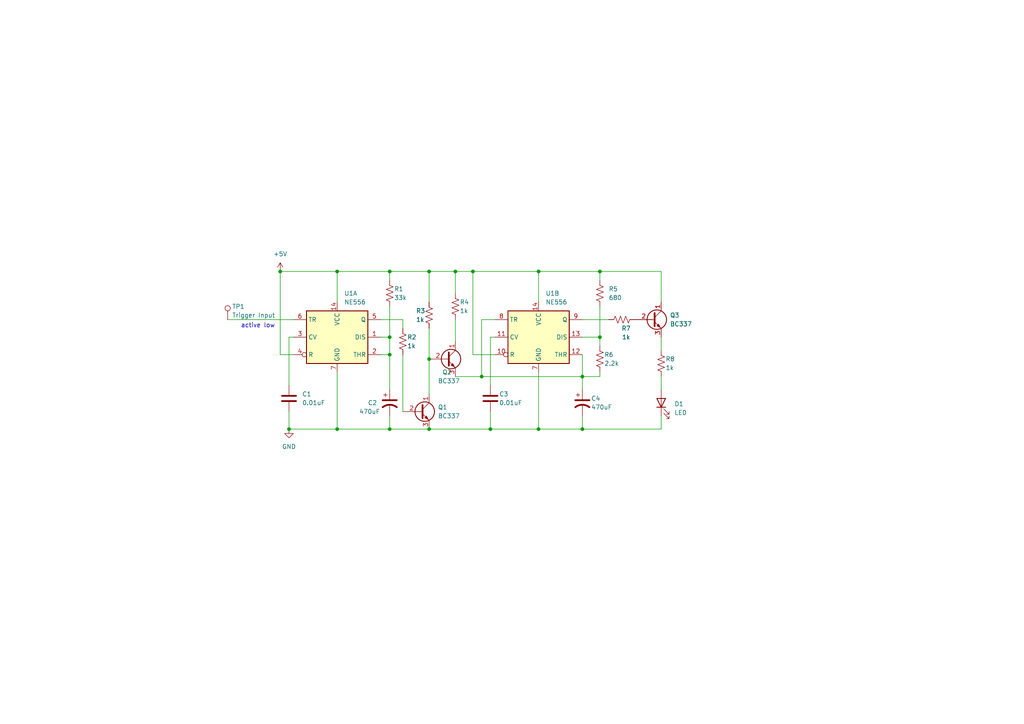
<source format=kicad_sch>
(kicad_sch (version 20211123) (generator eeschema)
  (paper "A4")
  (lib_symbols
    (symbol "Connector:TestPoint" (pin_numbers hide) (pin_names (offset 0.762) hide)
      (property "Reference" "TP" (at 0 6.858 0))
      (property "Value" "TestPoint" (at 0 5.08 0))
      (symbol "TestPoint_0_1"
        (circle (center 0 3.302) (radius 0.762))
      )
      (symbol "TestPoint_1_1"
        (pin passive line (at 0 0 90) (length 2.54) (name "1") (number "1"))
      )
    )
    (symbol "Device:C" (pin_numbers hide) (pin_names (offset 0.254))
      (property "Reference" "C" (at 0.635 2.54 0))
      (property "Value" "C" (at 0.635 -2.54 0))
      (symbol "C_0_1"
        (polyline (pts (xy -2.032 -0.762) (xy 2.032 -0.762)) (stroke (width 0.508)))
        (polyline (pts (xy -2.032 0.762) (xy 2.032 0.762)) (stroke (width 0.508)))
      )
      (symbol "C_1_1"
        (pin passive line (at 0 3.81 270) (length 2.794) (name "~") (number "1"))
        (pin passive line (at 0 -3.81 90) (length 2.794) (name "~") (number "2"))
      )
    )
    (symbol "Device:C_Polarized_US" (pin_numbers hide) (pin_names (offset 0.254) hide)
      (property "Reference" "C" (at 0.635 2.54 0))
      (property "Value" "C_Polarized_US" (at 0.635 -2.54 0))
      (symbol "C_Polarized_US_0_1"
        (polyline (pts (xy -2.032 0.762) (xy 2.032 0.762)) (stroke (width 0.508)))
        (polyline (pts (xy -1.778 2.286) (xy -0.762 2.286)))
        (polyline (pts (xy -1.27 1.778) (xy -1.27 2.794)))
        (arc (start 2.032 -1.27) (mid 0 -0.5572) (end -2.032 -1.27) (stroke (width 0.508)))
      )
      (symbol "C_Polarized_US_1_1"
        (pin passive line (at 0 3.81 270) (length 2.794) (name "~") (number "1"))
        (pin passive line (at 0 -3.81 90) (length 3.302) (name "~") (number "2"))
      )
    )
    (symbol "Device:LED" (pin_numbers hide) (pin_names (offset 1.016) hide)
      (property "Reference" "D" (at 0 2.54 0))
      (property "Value" "LED" (at 0 -2.54 0))
      (symbol "LED_0_1"
        (polyline (pts (xy -1.27 -1.27) (xy -1.27 1.27)) (stroke (width 0.254)))
        (polyline (pts (xy -1.27 0) (xy 1.27 0)))
        (polyline (pts (xy 1.27 -1.27) (xy 1.27 1.27) (xy -1.27 0) (xy 1.27 -1.27)) (stroke (width 0.254)))
        (polyline (pts (xy -3.048 -0.762) (xy -4.572 -2.286) (xy -3.81 -2.286) (xy -4.572 -2.286) (xy -4.572 -1.524)))
        (polyline (pts (xy -1.778 -0.762) (xy -3.302 -2.286) (xy -2.54 -2.286) (xy -3.302 -2.286) (xy -3.302 -1.524)))
      )
      (symbol "LED_1_1"
        (pin passive line (at -3.81 0 0) (length 2.54) (name "K") (number "1"))
        (pin passive line (at 3.81 0 180) (length 2.54) (name "A") (number "2"))
      )
    )
    (symbol "Device:R_US" (pin_numbers hide) (pin_names (offset 0))
      (property "Reference" "R" (at 2.54 0 90))
      (property "Value" "R_US" (at -2.54 0 90))
      (symbol "R_US_0_1"
        (polyline (pts (xy 0 -2.286) (xy 0 -2.54)))
        (polyline (pts (xy 0 2.286) (xy 0 2.54)))
        (polyline (pts (xy 0 -0.762) (xy 1.016 -1.143) (xy 0 -1.524) (xy -1.016 -1.905) (xy 0 -2.286)))
        (polyline (pts (xy 0 0.762) (xy 1.016 0.381) (xy 0 0) (xy -1.016 -0.381) (xy 0 -0.762)))
        (polyline (pts (xy 0 2.286) (xy 1.016 1.905) (xy 0 1.524) (xy -1.016 1.143) (xy 0 0.762)))
      )
      (symbol "R_US_1_1"
        (pin passive line (at 0 3.81 270) (length 1.27) (name "~") (number "1"))
        (pin passive line (at 0 -3.81 90) (length 1.27) (name "~") (number "2"))
      )
    )
    (symbol "Timer:NE556"
      (property "Reference" "U" (at -10.16 8.89 0))
      (property "Value" "NE556" (at -10.16 -8.89 0))
      (symbol "NE556_0_0"
        (pin power_in line (at 0 10.16 270) (length 2.54) (name "VCC") (number "14"))
        (pin power_in line (at 0 -10.16 90) (length 2.54) (name "GND") (number "7"))
      )
      (symbol "NE556_0_1"
        (rectangle (start -8.89 -7.62) (end 8.89 7.62) (stroke (width 0.254)) (fill (type background)))
        (rectangle (start -8.89 -7.62) (end 8.89 7.62) (stroke (width 0.254)) (fill (type background)))
      )
      (symbol "NE556_1_1"
        (pin input line (at 12.7 0 180) (length 3.81) (name "DIS") (number "1"))
        (pin input line (at 12.7 -5.08 180) (length 3.81) (name "THR") (number "2"))
        (pin input line (at -12.7 0 0) (length 3.81) (name "CV") (number "3"))
        (pin input inverted (at -12.7 -5.08 0) (length 3.81) (name "R") (number "4"))
        (pin output line (at 12.7 5.08 180) (length 3.81) (name "Q") (number "5"))
        (pin input line (at -12.7 5.08 0) (length 3.81) (name "TR") (number "6"))
      )
      (symbol "NE556_2_1"
        (pin input inverted (at -12.7 -5.08 0) (length 3.81) (name "R") (number "10"))
        (pin input line (at -12.7 0 0) (length 3.81) (name "CV") (number "11"))
        (pin input line (at 12.7 -5.08 180) (length 3.81) (name "THR") (number "12"))
        (pin input line (at 12.7 0 180) (length 3.81) (name "DIS") (number "13"))
        (pin input line (at -12.7 5.08 0) (length 3.81) (name "TR") (number "8"))
        (pin output line (at 12.7 5.08 180) (length 3.81) (name "Q") (number "9"))
      )
    )
    (symbol "Transistor_BJT:BC337" (pin_names (offset 0) hide)
      (property "Reference" "Q" (at 5.08 1.905 0))
      (property "Value" "BC337" (at 5.08 0 0))
      (symbol "BC337_0_1"
        (polyline (pts (xy 0 0) (xy 0.635 0)))
        (polyline (pts (xy 0.635 0.635) (xy 2.54 2.54)))
        (polyline (pts (xy 0.635 -0.635) (xy 2.54 -2.54) (xy 2.54 -2.54)))
        (polyline (pts (xy 0.635 1.905) (xy 0.635 -1.905) (xy 0.635 -1.905)) (stroke (width 0.508)))
        (polyline (pts (xy 1.27 -1.778) (xy 1.778 -1.27) (xy 2.286 -2.286) (xy 1.27 -1.778) (xy 1.27 -1.778)) (fill (type outline)))
        (circle (center 1.27 0) (radius 2.8194) (stroke (width 0.254)))
      )
      (symbol "BC337_1_1"
        (pin passive line (at 2.54 5.08 270) (length 2.54) (name "C") (number "1"))
        (pin input line (at -5.08 0 0) (length 5.08) (name "B") (number "2"))
        (pin passive line (at 2.54 -5.08 90) (length 2.54) (name "E") (number "3"))
      )
    )
    (symbol "power:+5V" (power) (pin_names (offset 0))
      (property "Value" "+5V" (at 0 3.556 0))
      (symbol "+5V_0_1"
        (polyline (pts (xy -0.762 1.27) (xy 0 2.54)))
        (polyline (pts (xy 0 0) (xy 0 2.54)))
        (polyline (pts (xy 0 2.54) (xy 0.762 1.27)))
      )
      (symbol "+5V_1_1"
        (pin power_in line (at 0 0 90) (length 0) hide (name "+5V") (number "1"))
      )
    )
    (symbol "power:GND" (power) (pin_names (offset 0))
      (property "Value" "GND" (at 0 -3.81 0))
      (symbol "GND_0_1"
        (polyline (pts (xy 0 0) (xy 0 -1.27) (xy 1.27 -1.27) (xy 0 -2.54) (xy -1.27 -1.27) (xy 0 -1.27)))
      )
      (symbol "GND_1_1"
        (pin power_in line (at 0 0 270) (length 0) hide (name "GND") (number "1"))
      )
    )
  )
  (junction (at 142.24 124.46))
  (junction (at 81.28 78.74))
  (junction (at 113.03 124.46))
  (junction (at 97.79 124.46))
  (junction (at 83.82 124.46))
  (junction (at 139.7 109.22))
  (junction (at 173.99 78.74))
  (junction (at 156.21 78.74))
  (junction (at 137.16 78.74))
  (junction (at 124.46 104.14))
  (junction (at 173.99 97.79))
  (junction (at 168.91 109.22))
  (junction (at 124.46 124.46))
  (junction (at 156.21 124.46))
  (junction (at 124.46 78.74))
  (junction (at 113.03 78.74))
  (junction (at 168.91 124.46))
  (junction (at 97.79 78.74))
  (junction (at 113.03 97.79))
  (junction (at 113.03 102.87))
  (junction (at 132.08 78.74))
  (wire (pts (xy 142.24 97.79) (xy 143.51 97.79)))
  (wire (pts (xy 83.82 97.79) (xy 85.09 97.79)))
  (wire (pts (xy 168.91 113.03) (xy 168.91 109.22)))
  (wire (pts (xy 156.21 78.74) (xy 156.21 87.63)))
  (wire (pts (xy 168.91 120.65) (xy 168.91 124.46)))
  (wire (pts (xy 168.91 97.79) (xy 173.99 97.79)))
  (wire (pts (xy 132.08 85.09) (xy 132.08 78.74)))
  (wire (pts (xy 143.51 92.71) (xy 139.7 92.71)))
  (wire (pts (xy 81.28 102.87) (xy 85.09 102.87)))
  (wire (pts (xy 81.28 102.87) (xy 81.28 78.74)))
  (wire (pts (xy 113.03 97.79) (xy 110.49 97.79)))
  (wire (pts (xy 124.46 104.14) (xy 124.46 114.3)))
  (wire (pts (xy 132.08 78.74) (xy 137.16 78.74)))
  (wire (pts (xy 124.46 78.74) (xy 132.08 78.74)))
  (wire (pts (xy 139.7 92.71) (xy 139.7 109.22)))
  (wire (pts (xy 191.77 120.65) (xy 191.77 124.46)))
  (wire (pts (xy 191.77 109.22) (xy 191.77 113.03)))
  (wire (pts (xy 81.28 78.74) (xy 97.79 78.74)))
  (wire (pts (xy 173.99 100.33) (xy 173.99 97.79)))
  (wire (pts (xy 142.24 111.76) (xy 142.24 97.79)))
  (wire (pts (xy 168.91 109.22) (xy 173.99 109.22)))
  (wire (pts (xy 66.04 92.71) (xy 85.09 92.71)))
  (wire (pts (xy 168.91 124.46) (xy 191.77 124.46)))
  (wire (pts (xy 83.82 124.46) (xy 83.82 119.38)))
  (wire (pts (xy 191.77 78.74) (xy 191.77 87.63)))
  (wire (pts (xy 168.91 102.87) (xy 168.91 109.22)))
  (wire (pts (xy 116.84 102.87) (xy 116.84 119.38)))
  (wire (pts (xy 132.08 92.71) (xy 132.08 99.06)))
  (wire (pts (xy 137.16 78.74) (xy 137.16 102.87)))
  (wire (pts (xy 156.21 124.46) (xy 142.24 124.46)))
  (wire (pts (xy 97.79 107.95) (xy 97.79 124.46)))
  (wire (pts (xy 156.21 107.95) (xy 156.21 124.46)))
  (wire (pts (xy 83.82 97.79) (xy 83.82 111.76)))
  (wire (pts (xy 173.99 78.74) (xy 173.99 81.28)))
  (wire (pts (xy 97.79 78.74) (xy 97.79 87.63)))
  (wire (pts (xy 97.79 124.46) (xy 113.03 124.46)))
  (wire (pts (xy 124.46 95.25) (xy 124.46 104.14)))
  (wire (pts (xy 142.24 119.38) (xy 142.24 124.46)))
  (wire (pts (xy 143.51 102.87) (xy 137.16 102.87)))
  (wire (pts (xy 173.99 109.22) (xy 173.99 107.95)))
  (wire (pts (xy 116.84 92.71) (xy 110.49 92.71)))
  (wire (pts (xy 113.03 78.74) (xy 124.46 78.74)))
  (wire (pts (xy 97.79 78.74) (xy 113.03 78.74)))
  (wire (pts (xy 132.08 109.22) (xy 139.7 109.22)))
  (wire (pts (xy 113.03 78.74) (xy 113.03 81.28)))
  (wire (pts (xy 113.03 124.46) (xy 124.46 124.46)))
  (wire (pts (xy 191.77 78.74) (xy 173.99 78.74)))
  (wire (pts (xy 191.77 97.79) (xy 191.77 101.6)))
  (wire (pts (xy 113.03 88.9) (xy 113.03 97.79)))
  (wire (pts (xy 113.03 102.87) (xy 113.03 113.03)))
  (wire (pts (xy 156.21 124.46) (xy 168.91 124.46)))
  (wire (pts (xy 124.46 124.46) (xy 142.24 124.46)))
  (wire (pts (xy 173.99 88.9) (xy 173.99 97.79)))
  (wire (pts (xy 124.46 78.74) (xy 124.46 87.63)))
  (wire (pts (xy 113.03 102.87) (xy 110.49 102.87)))
  (wire (pts (xy 139.7 109.22) (xy 168.91 109.22)))
  (wire (pts (xy 168.91 92.71) (xy 176.53 92.71)))
  (wire (pts (xy 113.03 120.65) (xy 113.03 124.46)))
  (wire (pts (xy 113.03 97.79) (xy 113.03 102.87)))
  (wire (pts (xy 173.99 78.74) (xy 156.21 78.74)))
  (wire (pts (xy 83.82 124.46) (xy 97.79 124.46)))
  (wire (pts (xy 116.84 95.25) (xy 116.84 92.71)))
  (wire (pts (xy 137.16 78.74) (xy 156.21 78.74)))
  (text "active low\n" (at 69.85 95.25 0) (effects (font (size 1.27 1.27)) (justify left bottom)))
  (symbol (lib_id "Device:R_US") (at 124.46 91.44 0) (unit 1)
    (property "Reference" "R3" (at 120.65 90.17 0) (effects (justify left)))
    (property "Value" "1k" (at 120.65 92.71 0) (effects (justify left)))
  )
  (symbol (lib_id "Device:C") (at 83.82 115.57 0) (unit 1)
    (property "Reference" "C1" (at 87.63 114.2999 0) (effects (justify left)))
    (property "Value" "0.01uF" (at 87.63 116.8399 0) (effects (justify left)))
  )
  (symbol (lib_id "Device:R_US") (at 173.99 104.14 0) (unit 1)
    (property "Reference" "R6" (at 175.26 102.87 0) (effects (justify left)))
    (property "Value" "2.2k" (at 175.26 105.41 0) (effects (justify left)))
  )
  (symbol (lib_id "Device:R_US") (at 132.08 88.9 0) (unit 1)
    (property "Reference" "R4" (at 133.35 87.63 0) (effects (justify left)))
    (property "Value" "1k" (at 133.35 90.17 0) (effects (justify left)))
  )
  (symbol (lib_id "Device:R_US") (at 113.03 85.09 0) (unit 1)
    (property "Reference" "R1" (at 114.3 83.82 0) (effects (justify left)))
    (property "Value" "33k" (at 114.3 86.36 0) (effects (justify left)))
  )
  (symbol (lib_id "Transistor_BJT:BC337") (at 189.23 92.71 0) (unit 1)
    (property "Reference" "Q3" (at 194.31 91.4399 0) (effects (justify left)))
    (property "Value" "BC337" (at 194.31 93.9799 0) (effects (justify left)))
    (property "Footprint" "Package_TO_SOT_THT:TO-92_Inline" (effects hide))
    (property "Datasheet" "https://diotec.com/tl_files/diotec/files/pdf/datasheets/bc337.pdf" (effects hide))
  )
  (symbol (lib_id "Transistor_BJT:BC337") (at 129.54 104.14 0) (unit 1)
    (property "Reference" "Q2" (at 128.27 107.95 0) (effects (justify left)))
    (property "Value" "BC337" (at 127 110.49 0) (effects (justify left)))
    (property "Footprint" "Package_TO_SOT_THT:TO-92_Inline" (effects hide))
    (property "Datasheet" "https://diotec.com/tl_files/diotec/files/pdf/datasheets/bc337.pdf" (effects hide))
  )
  (symbol (lib_id "Connector:TestPoint") (at 66.04 92.71 0) (unit 1)
    (property "Reference" "TP1" (at 67.31 88.9 0) (effects (justify left)))
    (property "Value" "Trigger Input" (at 67.31 91.44 0) (effects (justify left)))
  )
  (symbol (lib_id "Device:C") (at 142.24 115.57 0) (unit 1)
    (property "Reference" "C3" (at 144.78 114.3 0) (effects (justify left)))
    (property "Value" "0.01uF" (at 144.78 116.84 0) (effects (justify left)))
  )
  (symbol (lib_id "Device:LED") (at 191.77 116.84 90) (unit 1)
    (property "Reference" "D1" (at 195.58 117.1574 90) (effects (justify right)))
    (property "Value" "LED" (at 195.58 119.6974 90) (effects (justify right)))
    (property "Footprint" "LED_THT:LED_D5.0mm_IRBlack" (effects hide))
  )
  (symbol (lib_id "Timer:NE556") (at 97.79 97.79 0) (unit 1)
    (property "Reference" "U1" (at 99.8094 85.09 0) (effects (justify left)))
    (property "Value" "NE556" (at 99.8094 87.63 0) (effects (justify left)))
    (property "Datasheet" "http://www.ti.com/lit/ds/symlink/ne556.pdf" (effects hide))
  )
  (symbol (lib_id "Device:R_US") (at 173.99 85.09 0) (unit 1)
    (property "Reference" "R5" (at 176.53 83.8199 0) (effects (justify left)))
    (property "Value" "680" (at 176.53 86.3599 0) (effects (justify left)))
  )
  (symbol (lib_id "Device:C_Polarized_US") (at 168.91 116.84 0) (unit 1)
    (property "Reference" "C4" (at 171.45 115.57 0) (effects (justify left)))
    (property "Value" "470uF" (at 171.45 118.11 0) (effects (justify left)))
  )
  (symbol (lib_id "Device:R_US") (at 191.77 105.41 0) (unit 1)
    (property "Reference" "R8" (at 193.04 104.14 0) (effects (justify left)))
    (property "Value" "1k" (at 193.04 106.68 0) (effects (justify left)))
  )
  (symbol (lib_id "Device:C_Polarized_US") (at 113.03 116.84 0) (unit 1)
    (property "Reference" "C2" (at 106.68 116.84 0) (effects (justify left)))
    (property "Value" "470uF" (at 104.14 119.38 0) (effects (justify left)))
  )
  (symbol (lib_id "power:GND") (at 83.82 124.46 0) (unit 1)
    (property "Reference" "#PWR02" (effects hide))
    (property "Value" "GND" (at 83.82 129.54 0))
  )
  (symbol (lib_id "Transistor_BJT:BC337") (at 121.92 119.38 0) (unit 1)
    (property "Reference" "Q1" (at 127 118.1099 0) (effects (justify left)))
    (property "Value" "BC337" (at 127 120.6499 0) (effects (justify left)))
    (property "Footprint" "Package_TO_SOT_THT:TO-92_Inline" (effects hide))
    (property "Datasheet" "https://diotec.com/tl_files/diotec/files/pdf/datasheets/bc337.pdf" (effects hide))
  )
  (symbol (lib_id "Device:R_US") (at 180.34 92.71 90) (unit 1)
    (property "Reference" "R7" (at 181.61 95.25 90))
    (property "Value" "1k" (at 181.61 97.79 90))
  )
  (symbol (lib_id "Timer:NE556") (at 156.21 97.79 0) (unit 2)
    (property "Reference" "U1" (at 158.2294 85.09 0) (effects (justify left)))
    (property "Value" "NE556" (at 158.2294 87.63 0) (effects (justify left)))
    (property "Datasheet" "http://www.ti.com/lit/ds/symlink/ne556.pdf" (effects hide))
  )
  (symbol (lib_id "power:+5V") (at 81.28 78.74 0) (unit 1)
    (property "Reference" "#PWR01" (effects hide))
    (property "Value" "+5V" (at 81.28 73.66 0))
  )
  (symbol (lib_id "Device:R_US") (at 116.84 99.06 0) (unit 1)
    (property "Reference" "R2" (at 118.11 97.79 0) (effects (justify left)))
    (property "Value" "1k" (at 118.11 100.33 0) (effects (justify left)))
  )
)
</source>
